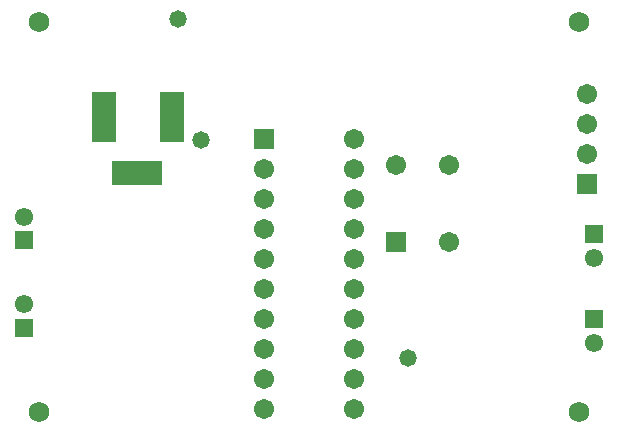
<source format=gbs>
G04*
G04 #@! TF.GenerationSoftware,Altium Limited,Altium Designer,19.1.7 (138)*
G04*
G04 Layer_Color=16711935*
%FSLAX25Y25*%
%MOIN*%
G70*
G01*
G75*
%ADD31R,0.06706X0.06706*%
%ADD32C,0.06706*%
%ADD33R,0.06706X0.06706*%
%ADD34C,0.06800*%
%ADD35R,0.07887X0.16548*%
%ADD36R,0.16548X0.07887*%
%ADD37R,0.06115X0.06115*%
%ADD38C,0.06115*%
%ADD39C,0.05800*%
D31*
X129171Y66505D02*
D03*
X192629Y85900D02*
D03*
D32*
X115116Y10795D02*
D03*
Y20795D02*
D03*
Y30795D02*
D03*
Y40795D02*
D03*
Y50795D02*
D03*
Y60795D02*
D03*
Y70795D02*
D03*
Y80795D02*
D03*
Y90795D02*
D03*
Y100795D02*
D03*
X85116Y10795D02*
D03*
Y20795D02*
D03*
Y30795D02*
D03*
Y40795D02*
D03*
Y50795D02*
D03*
Y60795D02*
D03*
Y70795D02*
D03*
Y80795D02*
D03*
Y90795D02*
D03*
X146887Y66505D02*
D03*
Y92095D02*
D03*
X129171D02*
D03*
X192629Y95900D02*
D03*
Y105900D02*
D03*
Y115900D02*
D03*
D33*
X85116Y100795D02*
D03*
D34*
X190000Y10000D02*
D03*
X10000Y140000D02*
D03*
X190000D02*
D03*
X10000Y10000D02*
D03*
D35*
X54429Y108254D02*
D03*
X31594D02*
D03*
D36*
X42618Y89356D02*
D03*
D37*
X195029Y69074D02*
D03*
Y40774D02*
D03*
X5129Y37826D02*
D03*
X5029Y67095D02*
D03*
D38*
X195029Y61200D02*
D03*
Y32900D02*
D03*
X5129Y45700D02*
D03*
X5029Y74969D02*
D03*
D39*
X133200Y27800D02*
D03*
X56529Y140800D02*
D03*
X63929Y100500D02*
D03*
M02*

</source>
